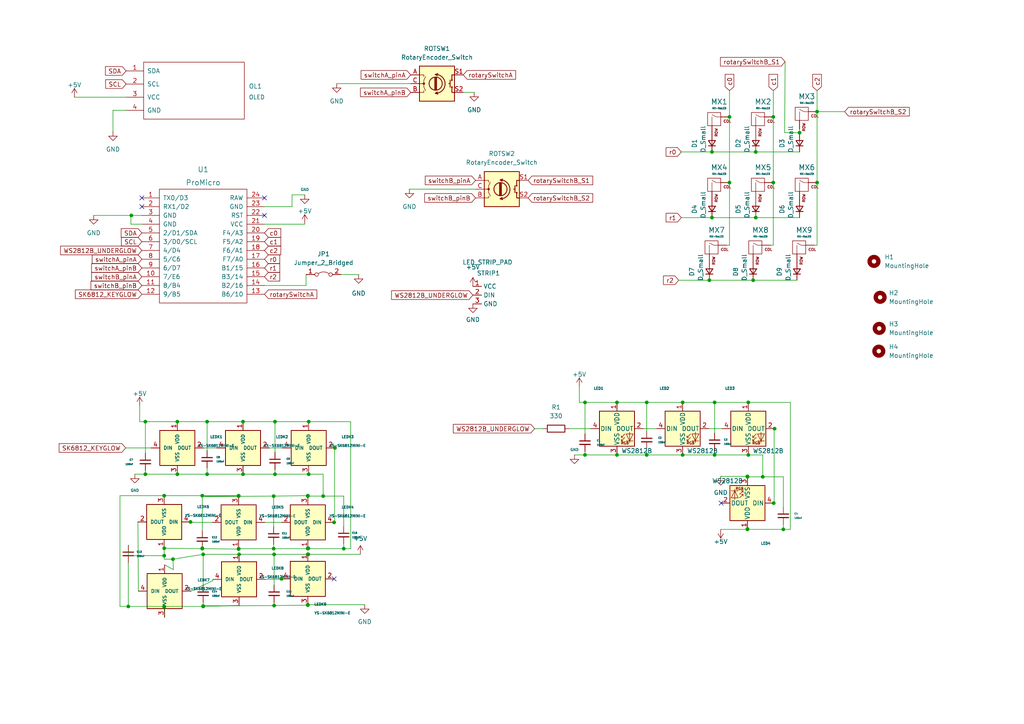
<source format=kicad_sch>
(kicad_sch (version 20211123) (generator eeschema)
  (paper "A4")
  (lib_symbols
    (symbol "Device:C_Small" (pin_numbers hide) (pin_names (offset 0.254) hide)
      (property "Reference" "C" (at 0.254 1.778 0))
      (property "Value" "C_Small" (at 0.254 -2.032 0))
      (symbol "C_Small_0_1"
        (polyline (pts (xy -1.524 -0.508) (xy 1.524 -0.508)) (stroke (width 0.3302)))
        (polyline (pts (xy -1.524 0.508) (xy 1.524 0.508)) (stroke (width 0.3048)))
      )
      (symbol "C_Small_1_1"
        (pin passive line (at 0 2.54 270) (length 2.032) (name "~") (number "1"))
        (pin passive line (at 0 -2.54 90) (length 2.032) (name "~") (number "2"))
      )
    )
    (symbol "Device:D_Small" (pin_numbers hide) (pin_names (offset 0.254) hide)
      (property "Reference" "D" (at -1.27 2.032 0))
      (property "Value" "D_Small" (at -3.81 -2.032 0))
      (symbol "D_Small_0_1"
        (polyline (pts (xy -0.762 -1.016) (xy -0.762 1.016)) (stroke (width 0.254)))
        (polyline (pts (xy -0.762 0) (xy 0.762 0)))
        (polyline (pts (xy 0.762 -1.016) (xy -0.762 0) (xy 0.762 1.016) (xy 0.762 -1.016)) (stroke (width 0.254)))
      )
      (symbol "D_Small_1_1"
        (pin passive line (at -2.54 0 0) (length 1.778) (name "K") (number "1"))
        (pin passive line (at 2.54 0 180) (length 1.778) (name "A") (number "2"))
      )
    )
    (symbol "Device:R" (pin_numbers hide) (pin_names (offset 0))
      (property "Reference" "R" (at 2.032 0 90))
      (property "Value" "R" (at 0 0 90))
      (symbol "R_0_1"
        (rectangle (start -1.016 -2.54) (end 1.016 2.54) (stroke (width 0.254)))
      )
      (symbol "R_1_1"
        (pin passive line (at 0 3.81 270) (length 1.27) (name "~") (number "1"))
        (pin passive line (at 0 -3.81 90) (length 1.27) (name "~") (number "2"))
      )
    )
    (symbol "Device:RotaryEncoder_Switch" (pin_names (offset 0.254) hide)
      (property "Reference" "SW" (at 0 6.604 0))
      (property "Value" "RotaryEncoder_Switch" (at 0 -6.604 0))
      (symbol "RotaryEncoder_Switch_0_1"
        (rectangle (start -5.08 5.08) (end 5.08 -5.08) (stroke (width 0.254)) (fill (type background)))
        (circle (center -3.81 0) (radius 0.254) (fill (type outline)))
        (arc (start -0.381 -2.794) (mid 2.3622 -0.0635) (end -0.381 2.667) (stroke (width 0.254)))
        (circle (center -0.381 0) (radius 1.905) (stroke (width 0.254)))
        (polyline (pts (xy -0.635 -1.778) (xy -0.635 1.778)) (stroke (width 0.254)))
        (polyline (pts (xy -0.381 -1.778) (xy -0.381 1.778)) (stroke (width 0.254)))
        (polyline (pts (xy -0.127 1.778) (xy -0.127 -1.778)) (stroke (width 0.254)))
        (polyline (pts (xy 3.81 0) (xy 3.429 0)) (stroke (width 0.254)))
        (polyline (pts (xy 3.81 1.016) (xy 3.81 -1.016)) (stroke (width 0.254)))
        (polyline (pts (xy -5.08 -2.54) (xy -3.81 -2.54) (xy -3.81 -2.032)))
        (polyline (pts (xy -5.08 2.54) (xy -3.81 2.54) (xy -3.81 2.032)))
        (polyline (pts (xy 0.254 -3.048) (xy -0.508 -2.794) (xy 0.127 -2.413)) (stroke (width 0.254)))
        (polyline (pts (xy 0.254 2.921) (xy -0.508 2.667) (xy 0.127 2.286)) (stroke (width 0.254)))
        (polyline (pts (xy 5.08 -2.54) (xy 4.318 -2.54) (xy 4.318 -1.016)) (stroke (width 0.254)))
        (polyline (pts (xy 5.08 2.54) (xy 4.318 2.54) (xy 4.318 1.016)) (stroke (width 0.254)))
        (polyline (pts (xy -5.08 0) (xy -3.81 0) (xy -3.81 -1.016) (xy -3.302 -2.032)))
        (polyline (pts (xy -4.318 0) (xy -3.81 0) (xy -3.81 1.016) (xy -3.302 2.032)))
        (circle (center 4.318 -1.016) (radius 0.127) (stroke (width 0.254)))
        (circle (center 4.318 1.016) (radius 0.127) (stroke (width 0.254)))
      )
      (symbol "RotaryEncoder_Switch_1_1"
        (pin passive line (at -7.62 2.54 0) (length 2.54) (name "A") (number "A"))
        (pin passive line (at -7.62 -2.54 0) (length 2.54) (name "B") (number "B"))
        (pin passive line (at -7.62 0 0) (length 2.54) (name "C") (number "C"))
        (pin passive line (at 7.62 2.54 180) (length 2.54) (name "S1") (number "S1"))
        (pin passive line (at 7.62 -2.54 180) (length 2.54) (name "S2") (number "S2"))
      )
    )
    (symbol "Jumper:Jumper_2_Bridged" (pin_names (offset 0) hide)
      (property "Reference" "JP" (at 0 1.905 0))
      (property "Value" "Jumper_2_Bridged" (at 0 -2.54 0))
      (symbol "Jumper_2_Bridged_0_0"
        (circle (center -2.032 0) (radius 0.508))
        (circle (center 2.032 0) (radius 0.508))
      )
      (symbol "Jumper_2_Bridged_0_1"
        (arc (start 1.524 0.254) (mid 0 0.762) (end -1.524 0.254))
      )
      (symbol "Jumper_2_Bridged_1_1"
        (pin passive line (at -5.08 0 0) (length 2.54) (name "A") (number "1"))
        (pin passive line (at 5.08 0 180) (length 2.54) (name "B") (number "2"))
      )
    )
    (symbol "LED:WS2812B" (pin_names (offset 0.254))
      (property "Reference" "D" (at 5.08 5.715 0))
      (property "Value" "WS2812B" (at 1.27 -5.715 0))
      (symbol "WS2812B_0_0"
        (text "RGB" (at 2.286 -4.191 0) (effects (font (size 0.762 0.762))))
      )
      (symbol "WS2812B_0_1"
        (polyline (pts (xy 1.27 -3.556) (xy 1.778 -3.556)))
        (polyline (pts (xy 1.27 -2.54) (xy 1.778 -2.54)))
        (polyline (pts (xy 4.699 -3.556) (xy 2.667 -3.556)))
        (polyline (pts (xy 2.286 -2.54) (xy 1.27 -3.556) (xy 1.27 -3.048)))
        (polyline (pts (xy 2.286 -1.524) (xy 1.27 -2.54) (xy 1.27 -2.032)))
        (polyline (pts (xy 3.683 -1.016) (xy 3.683 -3.556) (xy 3.683 -4.064)))
        (polyline (pts (xy 4.699 -1.524) (xy 2.667 -1.524) (xy 3.683 -3.556) (xy 4.699 -1.524)))
        (rectangle (start 5.08 5.08) (end -5.08 -5.08) (stroke (width 0.254)) (fill (type background)))
      )
      (symbol "WS2812B_1_1"
        (pin power_in line (at 0 7.62 270) (length 2.54) (name "VDD") (number "1"))
        (pin output line (at 7.62 0 180) (length 2.54) (name "DOUT") (number "2"))
        (pin power_in line (at 0 -7.62 90) (length 2.54) (name "VSS") (number "3"))
        (pin input line (at -7.62 0 0) (length 2.54) (name "DIN") (number "4"))
      )
    )
    (symbol "MX_Alps_Hybrid:MX-NoLED" (pin_names (offset 1.016))
      (property "Reference" "MX" (at -0.635 3.81 0))
      (property "Value" "MX_Alps_Hybrid_MX-NoLED" (at -0.635 1.27 0))
      (symbol "MX-NoLED_0_0"
        (rectangle (start -2.54 2.54) (end 1.27 -1.27))
        (polyline (pts (xy -1.27 -1.27) (xy -1.27 1.27)) (stroke (width 0.127)))
        (polyline (pts (xy 1.27 1.27) (xy 0 1.27) (xy -1.27 1.905)) (stroke (width 0.127)))
        (text "COL" (at 3.175 0 0) (effects (font (size 0.762 0.762))))
        (text "ROW" (at 0 -1.905 900) (effects (font (size 0.762 0.762)) (justify right)))
      )
      (symbol "MX-NoLED_1_1"
        (pin passive line (at 3.81 1.27 180) (length 2.54) (name "COL") (number "1"))
        (pin passive line (at -1.27 -3.81 90) (length 2.54) (name "ROW") (number "2"))
      )
    )
    (symbol "Mechanical:MountingHole" (pin_names (offset 1.016))
      (property "Reference" "H" (at 0 5.08 0))
      (property "Value" "MountingHole" (at 0 3.175 0))
      (symbol "MountingHole_0_1"
        (circle (center 0 0) (radius 1.27) (stroke (width 1.27)))
      )
    )
    (symbol "kbd:OLED" (pin_names (offset 1.016))
      (property "Reference" "OL" (at 0 2.54 0))
      (property "Value" "OLED" (at 0 -1.27 0))
      (symbol "OLED_0_1"
        (rectangle (start -13.97 8.89) (end 15.24 -7.62))
      )
      (symbol "OLED_1_1"
        (pin bidirectional line (at -19.05 6.35 0) (length 5.08) (name "SDA") (number "1"))
        (pin bidirectional line (at -19.05 2.54 0) (length 5.08) (name "SCL") (number "2"))
        (pin power_in line (at -19.05 -1.27 0) (length 5.08) (name "VCC") (number "3"))
        (pin power_in line (at -19.05 -5.08 0) (length 5.08) (name "GND") (number "4"))
      )
    )
    (symbol "kbd:ProMicro" (pin_names (offset 1.016))
      (property "Reference" "U" (at 0 19.05 0))
      (property "Value" "ProMicro" (at 0 -19.05 0))
      (symbol "ProMicro_0_1"
        (rectangle (start -12.7 16.51) (end 12.7 -16.51))
      )
      (symbol "ProMicro_1_1"
        (pin bidirectional line (at -17.78 13.97 0) (length 5.08) (name "TX0/D3") (number "1"))
        (pin bidirectional line (at -17.78 -8.89 0) (length 5.08) (name "7/E6") (number "10"))
        (pin bidirectional line (at -17.78 -11.43 0) (length 5.08) (name "8/B4") (number "11"))
        (pin bidirectional line (at -17.78 -13.97 0) (length 5.08) (name "9/B5") (number "12"))
        (pin bidirectional line (at 17.78 -13.97 180) (length 5.08) (name "B6/10") (number "13"))
        (pin bidirectional line (at 17.78 -11.43 180) (length 5.08) (name "B2/16") (number "14"))
        (pin bidirectional line (at 17.78 -8.89 180) (length 5.08) (name "B3/14") (number "15"))
        (pin bidirectional line (at 17.78 -6.35 180) (length 5.08) (name "B1/15") (number "16"))
        (pin bidirectional line (at 17.78 -3.81 180) (length 5.08) (name "F7/A0") (number "17"))
        (pin bidirectional line (at 17.78 -1.27 180) (length 5.08) (name "F6/A1") (number "18"))
        (pin bidirectional line (at 17.78 1.27 180) (length 5.08) (name "F5/A2") (number "19"))
        (pin bidirectional line (at -17.78 11.43 0) (length 5.08) (name "RX1/D2") (number "2"))
        (pin bidirectional line (at 17.78 3.81 180) (length 5.08) (name "F4/A3") (number "20"))
        (pin power_in line (at 17.78 6.35 180) (length 5.08) (name "VCC") (number "21"))
        (pin input line (at 17.78 8.89 180) (length 5.08) (name "RST") (number "22"))
        (pin power_in line (at 17.78 11.43 180) (length 5.08) (name "GND") (number "23"))
        (pin power_out line (at 17.78 13.97 180) (length 5.08) (name "RAW") (number "24"))
        (pin power_in line (at -17.78 8.89 0) (length 5.08) (name "GND") (number "3"))
        (pin power_in line (at -17.78 6.35 0) (length 5.08) (name "GND") (number "4"))
        (pin bidirectional line (at -17.78 3.81 0) (length 5.08) (name "2/D1/SDA") (number "5"))
        (pin bidirectional line (at -17.78 1.27 0) (length 5.08) (name "3/D0/SCL") (number "6"))
        (pin bidirectional line (at -17.78 -1.27 0) (length 5.08) (name "4/D4") (number "7"))
        (pin bidirectional line (at -17.78 -3.81 0) (length 5.08) (name "5/C6") (number "8"))
        (pin bidirectional line (at -17.78 -6.35 0) (length 5.08) (name "6/D7") (number "9"))
      )
    )
    (symbol "kbd:YS-SK6812MINI-E" (pin_names (offset 1.016))
      (property "Reference" "LED" (at 2.54 -7.62 0))
      (property "Value" "YS-SK6812MINI-E" (at 6.35 -6.35 0))
      (symbol "YS-SK6812MINI-E_0_1"
        (rectangle (start -5.08 5.08) (end 5.08 -5.08) (stroke (width 0.254)) (fill (type background)))
      )
      (symbol "YS-SK6812MINI-E_1_1"
        (pin power_in line (at 0 7.62 270) (length 2.54) (name "VDD") (number "1"))
        (pin output line (at 7.62 0 180) (length 2.54) (name "DOUT") (number "2"))
        (pin power_in line (at 0 -7.62 90) (length 2.54) (name "VSS") (number "3"))
        (pin input line (at -7.62 0 0) (length 2.54) (name "DIN") (number "4"))
      )
    )
    (symbol "power:+5V" (power) (pin_names (offset 0))
      (property "Value" "+5V" (at 0 3.556 0))
      (symbol "+5V_0_1"
        (polyline (pts (xy -0.762 1.27) (xy 0 2.54)))
        (polyline (pts (xy 0 0) (xy 0 2.54)))
        (polyline (pts (xy 0 2.54) (xy 0.762 1.27)))
      )
      (symbol "+5V_1_1"
        (pin power_in line (at 0 0 90) (length 0) hide (name "+5V") (number "1"))
      )
    )
    (symbol "power:GND" (power) (pin_names (offset 0))
      (property "Value" "GND" (at 0 -3.81 0))
      (symbol "GND_0_1"
        (polyline (pts (xy 0 0) (xy 0 -1.27) (xy 1.27 -1.27) (xy 0 -2.54) (xy -1.27 -1.27) (xy 0 -1.27)))
      )
      (symbol "GND_1_1"
        (pin power_in line (at 0 0 270) (length 0) hide (name "GND") (number "1"))
      )
    )
    (symbol "ziggys:LED_STRIP_PAD"
      (property "Reference" "U" (at 0 0 0))
      (property "Value" "LED_STRIP_PAD" (at 0 0 0))
      (symbol "LED_STRIP_PAD_1_1"
        (pin input line (at -1.27 -3.81 0) (length 2.54) (name "VCC") (number "1"))
        (pin input line (at -1.27 -6.35 0) (length 2.54) (name "DIN") (number "2"))
        (pin input line (at -1.27 -8.89 0) (length 2.54) (name "GND") (number "3"))
      )
    )
  )
  (junction (at 236.982 32.385))
  (junction (at 206.502 44.069))
  (junction (at 169.672 116.713))
  (junction (at 217.043 116.713))
  (junction (at 70.485 137.541))
  (junction (at 89.281 160.782))
  (junction (at 60.071 122.301))
  (junction (at 236.982 52.959))
  (junction (at 69.215 143.891))
  (junction (at 50.165 162.179))
  (junction (at 221.234 138.303))
  (junction (at 89.408 160.782))
  (junction (at 169.672 131.953))
  (junction (at 38.1 62.484))
  (junction (at 224.282 33.909))
  (junction (at 205.74 81.28))
  (junction (at 89.281 175.387))
  (junction (at 47.625 143.764))
  (junction (at 219.202 63.119))
  (junction (at 58.928 175.768))
  (junction (at 219.202 44.069))
  (junction (at 79.756 122.301))
  (junction (at 231.902 38.481))
  (junction (at 79.502 175.641))
  (junction (at 216.789 138.303))
  (junction (at 58.928 160.782))
  (junction (at 42.164 122.301))
  (junction (at 211.582 52.959))
  (junction (at 206.502 63.119))
  (junction (at 47.625 176.022))
  (junction (at 89.408 159.004))
  (junction (at 79.756 137.541))
  (junction (at 81.661 167.894))
  (junction (at 187.579 131.953))
  (junction (at 217.043 131.953))
  (junction (at 178.943 116.713))
  (junction (at 47.625 159.004))
  (junction (at 89.535 122.301))
  (junction (at 197.993 131.953))
  (junction (at 58.674 159.004))
  (junction (at 69.215 143.764))
  (junction (at 89.535 137.541))
  (junction (at 218.44 81.28))
  (junction (at 89.281 143.764))
  (junction (at 89.281 159.131))
  (junction (at 58.674 143.764))
  (junction (at 227.203 153.543))
  (junction (at 187.579 116.713))
  (junction (at 69.215 159.131))
  (junction (at 89.281 143.891))
  (junction (at 207.264 116.713))
  (junction (at 96.901 151.511))
  (junction (at 207.264 131.953))
  (junction (at 60.071 137.541))
  (junction (at 216.789 138.176))
  (junction (at 51.435 137.541))
  (junction (at 89.281 159.004))
  (junction (at 79.502 160.782))
  (junction (at 93.726 143.891))
  (junction (at 69.342 160.782))
  (junction (at 216.789 153.416))
  (junction (at 79.375 143.891))
  (junction (at 197.993 116.713))
  (junction (at 58.674 159.131))
  (junction (at 216.789 153.543))
  (junction (at 70.485 122.301))
  (junction (at 69.215 159.258))
  (junction (at 224.282 52.959))
  (junction (at 47.625 161.163))
  (junction (at 51.435 122.301))
  (junction (at 224.663 124.333))
  (junction (at 55.245 151.384))
  (junction (at 99.695 159.131))
  (junction (at 211.582 33.909))
  (junction (at 89.281 175.514))
  (junction (at 79.375 159.131))
  (junction (at 97.155 129.921))
  (junction (at 224.409 145.923))
  (junction (at 178.943 131.953))
  (junction (at 58.928 175.895))
  (junction (at 47.625 175.895))
  (junction (at 37.211 175.895))
  (junction (at 42.164 137.541))
  (no_connect (at 209.169 145.923))
  (no_connect (at 96.901 167.894))
  (no_connect (at 41.148 59.944))
  (no_connect (at 41.148 57.404))
  (no_connect (at 76.708 57.404))
  (no_connect (at 76.708 62.484))
  (wire (pts (xy 61.722 168.402) (xy 61.722 168.021)))
  (wire (pts (xy 227.203 147.066) (xy 227.203 138.303)))
  (wire (pts (xy 236.982 52.959) (xy 236.982 71.12)))
  (wire (pts (xy 231.902 44.069) (xy 219.202 44.069)))
  (wire (pts (xy 99.695 143.891) (xy 93.726 143.891)))
  (wire (pts (xy 216.789 153.543) (xy 227.203 153.543)))
  (wire (pts (xy 224.282 71.12) (xy 223.52 71.12)))
  (wire (pts (xy 55.245 151.511) (xy 55.245 151.384)))
  (wire (pts (xy 197.993 131.953) (xy 207.264 131.953)))
  (wire (pts (xy 224.282 52.959) (xy 224.282 71.12)))
  (wire (pts (xy 97.028 129.921) (xy 97.155 129.921)))
  (wire (pts (xy 36.576 32.004) (xy 32.766 32.004)))
  (wire (pts (xy 231.902 63.119) (xy 219.202 63.119)))
  (wire (pts (xy 37.211 161.163) (xy 47.625 161.163)))
  (wire (pts (xy 58.674 143.764) (xy 69.215 143.764)))
  (wire (pts (xy 97.028 151.511) (xy 97.028 129.921)))
  (wire (pts (xy 89.281 160.274) (xy 89.281 160.782)))
  (wire (pts (xy 69.342 160.782) (xy 79.502 160.782)))
  (wire (pts (xy 32.766 32.004) (xy 32.766 38.227)))
  (wire (pts (xy 79.756 137.541) (xy 89.535 137.541)))
  (wire (pts (xy 224.282 33.909) (xy 224.282 26.289)))
  (wire (pts (xy 47.625 143.764) (xy 34.798 143.764)))
  (wire (pts (xy 217.043 116.713) (xy 229.235 116.713)))
  (wire (pts (xy 79.502 169.672) (xy 79.502 160.782)))
  (wire (pts (xy 59.309 144.018) (xy 69.215 143.891)))
  (wire (pts (xy 78.105 129.921) (xy 81.915 129.921)))
  (wire (pts (xy 207.264 116.713) (xy 207.264 125.603)))
  (wire (pts (xy 36.449 129.921) (xy 43.815 129.921)))
  (wire (pts (xy 69.215 159.131) (xy 79.375 159.131)))
  (wire (pts (xy 224.536 124.333) (xy 224.663 124.333)))
  (wire (pts (xy 218.44 81.28) (xy 205.74 81.28)))
  (wire (pts (xy 84.709 56.515) (xy 88.392 56.515)))
  (wire (pts (xy 244.983 32.385) (xy 236.982 32.385)))
  (wire (pts (xy 34.798 143.764) (xy 34.798 175.895)))
  (wire (pts (xy 211.582 33.909) (xy 211.582 26.289)))
  (wire (pts (xy 36.576 28.194) (xy 21.59 28.194)))
  (wire (pts (xy 79.502 174.752) (xy 79.502 175.641)))
  (wire (pts (xy 61.595 151.511) (xy 55.245 151.511)))
  (wire (pts (xy 227.711 17.907) (xy 227.584 38.481)))
  (wire (pts (xy 229.235 116.713) (xy 229.235 153.543)))
  (wire (pts (xy 58.928 160.782) (xy 58.928 169.672)))
  (wire (pts (xy 227.203 153.543) (xy 229.235 153.543)))
  (wire (pts (xy 89.281 159.131) (xy 89.281 159.004)))
  (wire (pts (xy 93.726 137.541) (xy 93.726 143.891)))
  (wire (pts (xy 98.933 79.629) (xy 104.013 79.629)))
  (wire (pts (xy 97.663 24.257) (xy 119.126 24.257)))
  (wire (pts (xy 168.021 112.141) (xy 168.021 116.713)))
  (wire (pts (xy 88.773 82.804) (xy 88.773 79.629)))
  (wire (pts (xy 169.672 130.937) (xy 169.672 131.953)))
  (wire (pts (xy 166.624 131.953) (xy 169.672 131.953)))
  (wire (pts (xy 50.292 165.227) (xy 50.165 162.179)))
  (wire (pts (xy 187.579 130.175) (xy 187.579 131.953)))
  (wire (pts (xy 118.745 54.864) (xy 137.922 54.864)))
  (wire (pts (xy 89.281 143.764) (xy 89.281 143.891)))
  (wire (pts (xy 231.14 81.28) (xy 218.44 81.28)))
  (wire (pts (xy 79.756 122.301) (xy 79.756 131.191)))
  (wire (pts (xy 76.708 65.024) (xy 88.392 65.024)))
  (wire (pts (xy 50.165 162.179) (xy 58.928 160.782)))
  (wire (pts (xy 70.485 122.301) (xy 79.756 122.301)))
  (wire (pts (xy 69.215 159.258) (xy 69.215 159.131)))
  (wire (pts (xy 89.408 159.004) (xy 89.281 159.004)))
  (wire (pts (xy 58.674 159.131) (xy 69.215 159.258)))
  (wire (pts (xy 169.672 116.713) (xy 178.943 116.713)))
  (wire (pts (xy 51.435 137.541) (xy 60.071 137.541)))
  (wire (pts (xy 205.74 81.28) (xy 196.85 81.28)))
  (wire (pts (xy 60.071 122.301) (xy 60.071 130.683)))
  (wire (pts (xy 99.695 157.734) (xy 99.695 159.131)))
  (wire (pts (xy 79.756 122.301) (xy 89.535 122.301)))
  (wire (pts (xy 231.902 38.989) (xy 231.902 38.481)))
  (wire (pts (xy 178.943 131.953) (xy 187.579 131.953)))
  (wire (pts (xy 89.535 122.301) (xy 101.727 122.301)))
  (wire (pts (xy 101.727 122.301) (xy 101.727 159.131)))
  (wire (pts (xy 221.234 138.303) (xy 216.789 138.303)))
  (wire (pts (xy 55.372 171.45) (xy 61.722 168.402)))
  (wire (pts (xy 76.835 151.511) (xy 81.661 151.511)))
  (wire (pts (xy 84.709 59.944) (xy 84.709 56.515)))
  (wire (pts (xy 79.375 157.861) (xy 79.375 159.131)))
  (wire (pts (xy 59.309 144.018) (xy 79.375 143.891)))
  (wire (pts (xy 58.928 175.768) (xy 69.342 175.641)))
  (wire (pts (xy 51.435 122.301) (xy 60.071 122.301)))
  (wire (pts (xy 197.993 116.713) (xy 207.264 116.713)))
  (wire (pts (xy 231.902 38.481) (xy 227.584 38.481)))
  (wire (pts (xy 89.281 159.131) (xy 99.695 159.131)))
  (wire (pts (xy 79.375 143.891) (xy 89.281 143.764)))
  (wire (pts (xy 42.164 122.301) (xy 42.164 131.445)))
  (wire (pts (xy 60.071 122.301) (xy 70.485 122.301)))
  (wire (pts (xy 37.973 65.024) (xy 37.973 62.484)))
  (wire (pts (xy 42.164 122.301) (xy 51.435 122.301)))
  (wire (pts (xy 187.579 131.953) (xy 197.993 131.953)))
  (wire (pts (xy 221.234 131.953) (xy 221.234 138.303)))
  (wire (pts (xy 58.928 175.895) (xy 58.928 175.768)))
  (wire (pts (xy 79.375 143.891) (xy 79.375 152.781)))
  (wire (pts (xy 58.928 160.782) (xy 69.342 160.782)))
  (wire (pts (xy 186.563 124.333) (xy 190.373 124.333)))
  (wire (pts (xy 39.116 137.541) (xy 42.164 137.541)))
  (wire (pts (xy 38.1 62.484) (xy 41.148 62.484)))
  (wire (pts (xy 37.211 175.895) (xy 47.625 175.895)))
  (wire (pts (xy 205.613 124.333) (xy 209.423 124.333)))
  (wire (pts (xy 99.695 152.654) (xy 99.695 143.891)))
  (wire (pts (xy 187.579 116.713) (xy 197.993 116.713)))
  (wire (pts (xy 69.215 143.764) (xy 69.215 143.891)))
  (wire (pts (xy 169.672 116.713) (xy 169.672 125.857)))
  (wire (pts (xy 89.535 137.541) (xy 93.726 137.541)))
  (wire (pts (xy 79.502 175.641) (xy 89.281 175.514)))
  (wire (pts (xy 47.625 161.163) (xy 47.625 159.004)))
  (wire (pts (xy 216.789 153.543) (xy 216.789 153.416)))
  (wire (pts (xy 59.563 175.768) (xy 79.502 175.641)))
  (wire (pts (xy 58.928 174.752) (xy 58.928 175.768)))
  (wire (pts (xy 40.513 122.301) (xy 42.164 122.301)))
  (wire (pts (xy 211.582 52.959) (xy 211.582 33.909)))
  (wire (pts (xy 47.752 179.07) (xy 47.625 176.022)))
  (wire (pts (xy 40.005 151.384) (xy 40.132 171.45)))
  (wire (pts (xy 219.202 63.119) (xy 206.502 63.119)))
  (wire (pts (xy 178.943 116.713) (xy 187.579 116.713)))
  (wire (pts (xy 224.536 145.923) (xy 224.536 124.333)))
  (wire (pts (xy 47.625 175.895) (xy 47.625 176.022)))
  (wire (pts (xy 236.982 32.385) (xy 236.982 52.959)))
  (wire (pts (xy 206.502 63.119) (xy 197.612 63.119)))
  (wire (pts (xy 207.264 116.713) (xy 217.043 116.713)))
  (wire (pts (xy 47.625 162.179) (xy 50.165 162.179)))
  (wire (pts (xy 207.264 130.683) (xy 207.264 131.953)))
  (wire (pts (xy 76.708 59.944) (xy 84.709 59.944)))
  (wire (pts (xy 58.674 159.131) (xy 58.674 159.004)))
  (wire (pts (xy 70.485 137.541) (xy 79.756 137.541)))
  (wire (pts (xy 42.164 136.525) (xy 42.164 137.541)))
  (wire (pts (xy 206.502 44.069) (xy 197.612 44.069)))
  (wire (pts (xy 187.579 116.713) (xy 187.579 125.095)))
  (wire (pts (xy 50.292 165.227) (xy 47.752 163.83)))
  (wire (pts (xy 40.513 117.729) (xy 40.513 122.301)))
  (wire (pts (xy 79.756 136.271) (xy 79.756 137.541)))
  (wire (pts (xy 227.203 152.146) (xy 227.203 153.543)))
  (wire (pts (xy 155.067 124.333) (xy 157.48 124.333)))
  (wire (pts (xy 88.392 64.77) (xy 88.392 65.024)))
  (wire (pts (xy 219.202 44.069) (xy 206.502 44.069)))
  (wire (pts (xy 165.1 124.333) (xy 171.323 124.333)))
  (wire (pts (xy 236.982 71.12) (xy 236.22 71.12)))
  (wire (pts (xy 209.042 138.176) (xy 216.789 138.176)))
  (wire (pts (xy 79.375 159.131) (xy 89.281 159.131)))
  (wire (pts (xy 211.582 52.959) (xy 211.582 71.12)))
  (wire (pts (xy 60.071 137.541) (xy 70.485 137.541)))
  (wire (pts (xy 231.902 38.481) (xy 231.902 37.465)))
  (wire (pts (xy 99.695 159.131) (xy 101.727 159.131)))
  (wire (pts (xy 169.672 131.953) (xy 178.943 131.953)))
  (wire (pts (xy 37.211 158.115) (xy 37.211 161.163)))
  (wire (pts (xy 211.582 71.12) (xy 210.82 71.12)))
  (wire (pts (xy 47.625 143.764) (xy 58.674 143.764)))
  (wire (pts (xy 224.282 52.959) (xy 224.282 33.909)))
  (wire (pts (xy 47.625 159.004) (xy 58.674 159.131)))
  (wire (pts (xy 42.164 137.541) (xy 51.435 137.541)))
  (wire (pts (xy 224.409 145.923) (xy 224.536 145.923)))
  (wire (pts (xy 34.798 175.895) (xy 37.211 175.895)))
  (wire (pts (xy 93.726 143.891) (xy 89.281 143.891)))
  (wire (pts (xy 37.211 163.195) (xy 37.211 175.895)))
  (wire (pts (xy 207.264 131.953) (xy 217.043 131.953)))
  (wire (pts (xy 41.148 65.024) (xy 37.973 65.024)))
  (wire (pts (xy 89.281 175.387) (xy 105.791 175.387)))
  (wire (pts (xy 47.625 175.895) (xy 58.928 175.895)))
  (wire (pts (xy 96.901 151.511) (xy 97.028 151.511)))
  (wire (pts (xy 69.342 160.782) (xy 69.342 160.401)))
  (wire (pts (xy 134.366 26.797) (xy 137.541 26.797)))
  (wire (pts (xy 27.178 62.484) (xy 37.973 62.484)))
  (wire (pts (xy 216.789 138.176) (xy 216.789 138.303)))
  (wire (pts (xy 60.071 135.763) (xy 60.071 137.541)))
  (wire (pts (xy 47.625 161.163) (xy 47.625 162.179)))
  (wire (pts (xy 76.962 168.021) (xy 81.661 168.021)))
  (wire (pts (xy 58.674 143.764) (xy 58.674 153.924)))
  (wire (pts (xy 236.982 26.289) (xy 236.982 32.385)))
  (wire (pts (xy 79.502 160.782) (xy 89.281 160.782)))
  (wire (pts (xy 168.021 116.713) (xy 169.672 116.713)))
  (wire (pts (xy 81.661 168.021) (xy 81.661 167.894)))
  (wire (pts (xy 59.055 129.921) (xy 62.865 129.921)))
  (wire (pts (xy 217.043 131.953) (xy 221.234 131.953)))
  (wire (pts (xy 89.408 160.782) (xy 104.521 160.782)))
  (wire (pts (xy 227.203 138.303) (xy 221.234 138.303)))
  (wire (pts (xy 209.042 153.543) (xy 216.789 153.543)))
  (wire (pts (xy 76.708 82.804) (xy 88.773 82.804)))
  (wire (pts (xy 59.563 175.768) (xy 69.342 175.641)))
  (global_label "r2" (shape input) (at 196.85 81.28 180) (property "Intersheet References" "${INTERSHEET_REFS}" (effects hide)))
  (global_label "rotarySwitchB_S2" (shape input) (at 244.983 32.385 0) (property "Intersheet References" "${INTERSHEET_REFS}" (effects hide)))
  (global_label "switchA_pinB" (shape input) (at 41.148 77.724 180) (property "Intersheet References" "${INTERSHEET_REFS}" (effects hide)))
  (global_label "switchA_pinA" (shape input) (at 119.126 21.717 180) (property "Intersheet References" "${INTERSHEET_REFS}" (effects hide)))
  (global_label "switchB_pinB" (shape input) (at 137.922 57.404 180) (property "Intersheet References" "${INTERSHEET_REFS}" (effects hide)))
  (global_label "SCL" (shape input) (at 41.148 70.104 180) (property "Intersheet References" "${INTERSHEET_REFS}" (effects hide)))
  (global_label "switchB_pinA" (shape input) (at 137.922 52.324 180) (property "Intersheet References" "${INTERSHEET_REFS}" (effects hide)))
  (global_label "rotarySwitchA" (shape input) (at 76.708 85.344 0) (property "Intersheet References" "${INTERSHEET_REFS}" (effects hide)))
  (global_label "rotarySwitchB_S1" (shape input) (at 227.711 17.907 180) (property "Intersheet References" "${INTERSHEET_REFS}" (effects hide)))
  (global_label "SDA" (shape input) (at 36.576 20.574 180) (property "Intersheet References" "${INTERSHEET_REFS}" (effects hide)))
  (global_label "SK6812_KEYGLOW" (shape input) (at 36.449 129.921 180) (property "Intersheet References" "${INTERSHEET_REFS}" (effects hide)))
  (global_label "switchA_pinA" (shape input) (at 41.148 75.184 180) (property "Intersheet References" "${INTERSHEET_REFS}" (effects hide)))
  (global_label "WS2812B_UNDERGLOW" (shape input) (at 137.16 85.598 180) (property "Intersheet References" "${INTERSHEET_REFS}" (effects hide)))
  (global_label "c0" (shape input) (at 211.582 26.289 90) (property "Intersheet References" "${INTERSHEET_REFS}" (effects hide)))
  (global_label "WS2812B_UNDERGLOW" (shape input) (at 155.067 124.333 180) (property "Intersheet References" "${INTERSHEET_REFS}" (effects hide)))
  (global_label "c2" (shape input) (at 76.708 72.644 0) (property "Intersheet References" "${INTERSHEET_REFS}" (effects hide)))
  (global_label "SCL" (shape input) (at 36.576 24.384 180) (property "Intersheet References" "${INTERSHEET_REFS}" (effects hide)))
  (global_label "r1" (shape input) (at 197.612 63.119 180) (property "Intersheet References" "${INTERSHEET_REFS}" (effects hide)))
  (global_label "SK6812_KEYGLOW" (shape input) (at 41.148 85.344 180) (property "Intersheet References" "${INTERSHEET_REFS}" (effects hide)))
  (global_label "r2" (shape input) (at 76.708 80.264 0) (property "Intersheet References" "${INTERSHEET_REFS}" (effects hide)))
  (global_label "rotarySwitchA" (shape input) (at 134.366 21.717 0) (property "Intersheet References" "${INTERSHEET_REFS}" (effects hide)))
  (global_label "switchA_pinB" (shape input) (at 119.126 26.797 180) (property "Intersheet References" "${INTERSHEET_REFS}" (effects hide)))
  (global_label "c0" (shape input) (at 76.708 67.564 0) (property "Intersheet References" "${INTERSHEET_REFS}" (effects hide)))
  (global_label "c2" (shape input) (at 236.982 26.289 90) (property "Intersheet References" "${INTERSHEET_REFS}" (effects hide)))
  (global_label "rotarySwitchB_S1" (shape input) (at 153.162 52.324 0) (property "Intersheet References" "${INTERSHEET_REFS}" (effects hide)))
  (global_label "r0" (shape input) (at 197.612 44.069 180) (property "Intersheet References" "${INTERSHEET_REFS}" (effects hide)))
  (global_label "WS2812B_UNDERGLOW" (shape input) (at 41.148 72.644 180) (property "Intersheet References" "${INTERSHEET_REFS}" (effects hide)))
  (global_label "r0" (shape input) (at 76.708 75.184 0) (property "Intersheet References" "${INTERSHEET_REFS}" (effects hide)))
  (global_label "rotarySwitchB_S2" (shape input) (at 153.162 57.404 0) (property "Intersheet References" "${INTERSHEET_REFS}" (effects hide)))
  (global_label "SDA" (shape input) (at 41.148 67.564 180) (property "Intersheet References" "${INTERSHEET_REFS}" (effects hide)))
  (global_label "switchB_pinB" (shape input) (at 41.148 82.804 180) (property "Intersheet References" "${INTERSHEET_REFS}" (effects hide)))
  (global_label "c1" (shape input) (at 76.708 70.104 0) (property "Intersheet References" "${INTERSHEET_REFS}" (effects hide)))
  (global_label "r1" (shape input) (at 76.708 77.724 0) (property "Intersheet References" "${INTERSHEET_REFS}" (effects hide)))
  (global_label "c1" (shape input) (at 224.282 26.289 90) (property "Intersheet References" "${INTERSHEET_REFS}" (effects hide)))
  (global_label "switchB_pinA" (shape input) (at 41.148 80.264 180) (property "Intersheet References" "${INTERSHEET_REFS}" (effects hide)))
  (symbol (lib_id "kbd:YS-SK6812MINI-E") (at 70.485 129.921 0) (unit 1)
    (property "Reference" "LEDK2" (at 81.788 126.7066 0) (effects (font (size 0.7366 0.7366))))
    (property "Value" "YS-SK6812MINI-E" (at 81.788 129.2466 0) (effects (font (size 0.7366 0.7366))))
    (property "Footprint" "kicad-footprints:YS-SK6812MINI-E" (effects hide))
  )
  (symbol (lib_id "power:+5V") (at 88.392 64.77 0) (unit 1)
    (property "Reference" "#PWR0109" (effects hide))
    (property "Value" "+5V" (at 88.392 61.214 0))
  )
  (symbol (lib_id "kbd:YS-SK6812MINI-E") (at 89.281 167.894 0) (unit 1)
    (property "Reference" "LEDK9" (at 91.1467 175.26 0) (effects (font (size 0.7366 0.7366)) (justify left)))
    (property "Value" "YS-SK6812MINI-E" (at 91.1467 177.8 0) (effects (font (size 0.7366 0.7366)) (justify left)))
    (property "Footprint" "kicad-footprints:YS-SK6812MINI-E" (effects hide))
  )
  (symbol (lib_id "power:GND") (at 39.116 137.541 0) (unit 1)
    (property "Reference" "#PWR0116" (effects hide))
    (property "Value" "GND" (at 39.116 142.24 0) (effects (font (size 0.762 0.762))))
  )
  (symbol (lib_id "power:GND") (at 27.178 62.484 0) (unit 1)
    (property "Reference" "#PWR0106" (effects hide))
    (property "Value" "GND" (at 27.178 67.564 0))
  )
  (symbol (lib_id "ziggys:LED_STRIP_PAD") (at 138.43 79.248 0) (unit 1)
    (property "Reference" "STRIP1" (at 138.303 79.248 0) (effects (justify left)))
    (property "Value" "LED_STRIP_PAD" (at 134.112 76.073 0) (effects (justify left)))
    (property "Footprint" "kicad-footprints:StripLED_1side" (effects hide))
  )
  (symbol (lib_id "Mechanical:MountingHole") (at 253.492 75.819 0) (unit 1)
    (property "Reference" "H1" (at 256.54 74.5489 0) (effects (justify left)))
    (property "Value" "MountingHole" (at 256.54 77.0889 0) (effects (justify left)))
    (property "Footprint" "MountingHole:MountingHole_2.2mm_M2_ISO7380" (effects hide))
  )
  (symbol (lib_id "Device:D_Small") (at 206.502 60.579 90) (unit 1)
    (property "Reference" "D4" (at 201.422 59.309 0) (effects (justify right)))
    (property "Value" "D_Small" (at 203.962 55.499 0) (effects (justify right)))
    (property "Footprint" "Diode_SMD:D_0805_2012Metric_Pad1.15x1.40mm_HandSolder" (effects hide))
  )
  (symbol (lib_id "Device:C_Small") (at 37.211 160.655 0) (unit 1)
    (property "Reference" "C13" (at 39.624 160.0263 0) (effects (font (size 0.5 0.5)) (justify left)))
    (property "Value" "100nf" (at 39.624 161.2963 0) (effects (font (size 0.5 0.5)) (justify left)))
    (property "Footprint" "Capacitor_SMD:C_0805_2012Metric_Pad1.18x1.45mm_HandSolder" (effects hide))
  )
  (symbol (lib_id "Device:RotaryEncoder_Switch") (at 126.746 24.257 0) (unit 1)
    (property "Reference" "ROTSW1" (at 126.746 14.097 0))
    (property "Value" "RotaryEncoder_Switch" (at 126.746 16.637 0))
    (property "Footprint" "Rotary_Encoder:RotaryEncoder_Alps_EC11E-Switch_Vertical_H20mm" (effects hide))
  )
  (symbol (lib_id "Device:R") (at 161.29 124.333 90) (unit 1)
    (property "Reference" "R1" (at 161.29 118.11 90))
    (property "Value" "330" (at 161.29 120.65 90))
    (property "Footprint" "Resistor_SMD:R_0805_2012Metric_Pad1.20x1.40mm_HandSolder" (effects hide))
  )
  (symbol (lib_id "Device:D_Small") (at 206.502 41.529 90) (unit 1)
    (property "Reference" "D1" (at 201.422 40.259 0) (effects (justify right)))
    (property "Value" "D_Small" (at 203.962 36.449 0) (effects (justify right)))
    (property "Footprint" "Diode_SMD:D_0805_2012Metric_Pad1.15x1.40mm_HandSolder" (effects hide))
  )
  (symbol (lib_id "Device:C_Small") (at 79.502 172.212 0) (unit 1)
    (property "Reference" "C15" (at 83.058 171.5833 0) (effects (font (size 0.5 0.5)) (justify left)))
    (property "Value" "100nf" (at 83.058 172.8533 0) (effects (font (size 0.5 0.5)) (justify left)))
    (property "Footprint" "Capacitor_SMD:C_0805_2012Metric_Pad1.18x1.45mm_HandSolder" (effects hide))
  )
  (symbol (lib_id "power:GND") (at 209.042 138.176 0) (unit 1)
    (property "Reference" "#PWR0112" (effects hide))
    (property "Value" "GND" (at 209.042 142.875 0))
  )
  (symbol (lib_id "power:GND") (at 118.745 54.864 0) (unit 1)
    (property "Reference" "#PWR0113" (effects hide))
    (property "Value" "GND" (at 118.745 59.944 0))
  )
  (symbol (lib_id "power:GND") (at 32.766 38.227 0) (unit 1)
    (property "Reference" "#PWR0103" (effects hide))
    (property "Value" "GND" (at 32.766 43.307 0))
  )
  (symbol (lib_id "kbd:YS-SK6812MINI-E") (at 51.435 129.921 0) (unit 1)
    (property "Reference" "LEDK1" (at 62.738 126.7066 0) (effects (font (size 0.7366 0.7366))))
    (property "Value" "YS-SK6812MINI-E" (at 62.738 129.2466 0) (effects (font (size 0.7366 0.7366))))
    (property "Footprint" "kicad-footprints:YS-SK6812MINI-E" (effects hide))
  )
  (symbol (lib_id "kbd:YS-SK6812MINI-E") (at 89.535 129.921 0) (unit 1)
    (property "Reference" "LEDK3" (at 100.838 126.7066 0) (effects (font (size 0.7366 0.7366))))
    (property "Value" "YS-SK6812MINI-E" (at 100.838 129.2466 0) (effects (font (size 0.7366 0.7366))))
    (property "Footprint" "kicad-footprints:YS-SK6812MINI-E" (effects hide))
  )
  (symbol (lib_id "Device:C_Small") (at 99.695 155.194 0) (unit 1)
    (property "Reference" "C10" (at 102.108 154.5653 0) (effects (font (size 0.5 0.5)) (justify left)))
    (property "Value" "100nf" (at 102.108 155.8353 0) (effects (font (size 0.5 0.5)) (justify left)))
    (property "Footprint" "Capacitor_SMD:C_0805_2012Metric_Pad1.18x1.45mm_HandSolder" (effects hide))
  )
  (symbol (lib_id "power:+5V") (at 40.513 117.729 0) (unit 1)
    (property "Reference" "#PWR0107" (effects hide))
    (property "Value" "+5V" (at 40.513 114.173 0))
  )
  (symbol (lib_id "Device:C_Small") (at 187.579 127.635 0) (unit 1)
    (property "Reference" "C2" (at 190.881 127.0063 0) (effects (font (size 0.5 0.5)) (justify left)))
    (property "Value" "100nf" (at 190.881 128.2763 0) (effects (font (size 0.5 0.5)) (justify left)))
    (property "Footprint" "Capacitor_SMD:C_0805_2012Metric_Pad1.18x1.45mm_HandSolder" (effects hide))
  )
  (symbol (lib_id "MX_Alps_Hybrid:MX-NoLED") (at 220.472 54.229 0) (unit 1)
    (property "Reference" "MX5" (at 221.3102 48.5648 0) (effects (font (size 1.524 1.524))))
    (property "Value" "MX-NoLED" (at 221.3102 50.4444 0) (effects (font (size 0.508 0.508))))
    (property "Footprint" "kicad-footprints:CherryMX_Hotswap" (effects hide))
  )
  (symbol (lib_id "kbd:ProMicro") (at 58.928 71.374 0) (unit 1)
    (property "Reference" "U1" (at 58.928 49.149 0) (effects (font (size 1.524 1.524))))
    (property "Value" "ProMicro" (at 58.928 52.959 0) (effects (font (size 1.524 1.524))))
    (property "Footprint" "kicad-footprints:ProMicro_v3.5" (effects hide))
  )
  (symbol (lib_id "Device:D_Small") (at 219.202 60.579 90) (unit 1)
    (property "Reference" "D5" (at 214.122 59.309 0) (effects (justify right)))
    (property "Value" "D_Small" (at 216.662 55.499 0) (effects (justify right)))
    (property "Footprint" "Diode_SMD:D_0805_2012Metric_Pad1.15x1.40mm_HandSolder" (effects hide))
  )
  (symbol (lib_id "Device:C_Small") (at 79.375 155.321 0) (unit 1)
    (property "Reference" "C11" (at 81.788 154.6923 0) (effects (font (size 0.5 0.5)) (justify left)))
    (property "Value" "100nf" (at 81.788 155.9623 0) (effects (font (size 0.5 0.5)) (justify left)))
    (property "Footprint" "Capacitor_SMD:C_0805_2012Metric_Pad1.18x1.45mm_HandSolder" (effects hide))
  )
  (symbol (lib_id "Device:C_Small") (at 58.928 172.212 180) (unit 1)
    (property "Reference" "C14" (at 61.468 171.5706 0) (effects (font (size 0.5 0.5)) (justify right)))
    (property "Value" "100nf" (at 61.468 172.8406 0) (effects (font (size 0.5 0.5)) (justify right)))
    (property "Footprint" "Capacitor_SMD:C_0805_2012Metric_Pad1.18x1.45mm_HandSolder" (effects hide))
  )
  (symbol (lib_id "Device:C_Small") (at 207.264 128.143 0) (unit 1)
    (property "Reference" "C3" (at 209.931 127.5143 0) (effects (font (size 0.5 0.5)) (justify left)))
    (property "Value" "100nf" (at 209.931 128.7843 0) (effects (font (size 0.5 0.5)) (justify left)))
    (property "Footprint" "Capacitor_SMD:C_0805_2012Metric_Pad1.18x1.45mm_HandSolder" (effects hide))
  )
  (symbol (lib_id "power:GND") (at 105.791 175.387 0) (unit 1)
    (property "Reference" "#PWR0117" (effects hide))
    (property "Value" "GND" (at 105.791 180.34 0))
  )
  (symbol (lib_id "Jumper:Jumper_2_Bridged") (at 93.853 79.629 0) (unit 1)
    (property "Reference" "JP1" (at 93.853 73.66 0))
    (property "Value" "Jumper_2_Bridged" (at 93.853 76.2 0))
    (property "Footprint" "Jumper:SolderJumper-2_P1.3mm_Open_Pad1.0x1.5mm" (effects hide))
  )
  (symbol (lib_id "power:+5V") (at 168.021 112.141 0) (unit 1)
    (property "Reference" "#PWR0105" (effects hide))
    (property "Value" "+5V" (at 168.021 108.585 0))
  )
  (symbol (lib_id "Device:D_Small") (at 219.202 41.529 90) (unit 1)
    (property "Reference" "D2" (at 214.122 40.259 0) (effects (justify right)))
    (property "Value" "D_Small" (at 216.662 36.449 0) (effects (justify right)))
    (property "Footprint" "Diode_SMD:D_0805_2012Metric_Pad1.15x1.40mm_HandSolder" (effects hide))
  )
  (symbol (lib_id "Mechanical:MountingHole") (at 254.889 101.854 0) (unit 1)
    (property "Reference" "H4" (at 257.81 100.5839 0) (effects (justify left)))
    (property "Value" "MountingHole" (at 257.81 103.1239 0) (effects (justify left)))
    (property "Footprint" "MountingHole:MountingHole_2.2mm_M2_ISO7380" (effects hide))
  )
  (symbol (lib_id "power:+5V") (at 137.16 83.058 0) (unit 1)
    (property "Reference" "#PWR0115" (effects hide))
    (property "Value" "+5V" (at 137.16 77.47 0))
  )
  (symbol (lib_id "Device:D_Small") (at 231.902 41.529 90) (unit 1)
    (property "Reference" "D3" (at 226.822 40.259 0) (effects (justify right)))
    (property "Value" "D_Small" (at 229.362 36.449 0) (effects (justify right)))
    (property "Footprint" "Diode_SMD:D_0805_2012Metric_Pad1.15x1.40mm_HandSolder" (effects hide))
  )
  (symbol (lib_id "power:GND") (at 137.16 88.138 0) (unit 1)
    (property "Reference" "#PWR0119" (effects hide))
    (property "Value" "GND" (at 137.16 92.71 0))
  )
  (symbol (lib_id "MX_Alps_Hybrid:MX-NoLED") (at 207.772 54.229 0) (unit 1)
    (property "Reference" "MX4" (at 208.6102 48.5648 0) (effects (font (size 1.524 1.524))))
    (property "Value" "MX-NoLED" (at 208.6102 50.4444 0) (effects (font (size 0.508 0.508))))
    (property "Footprint" "kicad-footprints:CherryMX_Hotswap" (effects hide))
  )
  (symbol (lib_id "Device:C_Small") (at 60.071 133.223 0) (unit 1)
    (property "Reference" "C8" (at 62.738 132.5943 0) (effects (font (size 0.5 0.5)) (justify left)))
    (property "Value" "100nf" (at 62.738 133.8643 0) (effects (font (size 0.5 0.5)) (justify left)))
    (property "Footprint" "Capacitor_SMD:C_0805_2012Metric_Pad1.18x1.45mm_HandSolder" (effects hide))
  )
  (symbol (lib_id "power:+5V") (at 21.59 28.194 0) (unit 1)
    (property "Reference" "#PWR0111" (effects hide))
    (property "Value" "+5V" (at 21.59 24.638 0))
  )
  (symbol (lib_id "Device:D_Small") (at 218.44 78.74 90) (unit 1)
    (property "Reference" "D8" (at 213.36 77.47 0) (effects (justify right)))
    (property "Value" "D_Small" (at 215.9 73.66 0) (effects (justify right)))
    (property "Footprint" "Diode_SMD:D_0805_2012Metric_Pad1.15x1.40mm_HandSolder" (effects hide))
  )
  (symbol (lib_id "Device:C_Small") (at 227.203 149.606 0) (unit 1)
    (property "Reference" "C4" (at 230.378 148.9773 0) (effects (font (size 0.5 0.5)) (justify left)))
    (property "Value" "100nf" (at 230.378 150.2473 0) (effects (font (size 0.5 0.5)) (justify left)))
    (property "Footprint" "Capacitor_SMD:C_0805_2012Metric_Pad1.18x1.45mm_HandSolder" (effects hide))
  )
  (symbol (lib_id "MX_Alps_Hybrid:MX-NoLED") (at 220.472 35.179 0) (unit 1)
    (property "Reference" "MX2" (at 221.3102 29.5148 0) (effects (font (size 1.524 1.524))))
    (property "Value" "MX-NoLED" (at 221.3102 31.3944 0) (effects (font (size 0.508 0.508))))
    (property "Footprint" "kicad-footprints:CherryMX_Hotswap" (effects hide))
  )
  (symbol (lib_id "power:GND") (at 88.392 56.515 0) (unit 1)
    (property "Reference" "#PWR0108" (effects hide))
    (property "Value" "GND" (at 88.392 54.991 0) (effects (font (size 0.762 0.762))))
  )
  (symbol (lib_id "kbd:YS-SK6812MINI-E") (at 69.342 168.021 0) (unit 1)
    (property "Reference" "LEDK8" (at 80.518 164.8066 0) (effects (font (size 0.7366 0.7366))))
    (property "Value" "YS-SK6812MINI-E" (at 80.518 167.3466 0) (effects (font (size 0.7366 0.7366))))
    (property "Footprint" "kicad-footprints:YS-SK6812MINI-E" (effects hide))
  )
  (symbol (lib_id "power:GND") (at 104.013 79.629 0) (unit 1)
    (property "Reference" "#PWR0114" (effects hide))
    (property "Value" "GND" (at 104.013 85.09 0))
  )
  (symbol (lib_id "power:GND") (at 166.624 131.953 0) (unit 1)
    (property "Reference" "#PWR0110" (effects hide))
    (property "Value" "GND" (at 166.624 130.429 0) (effects (font (size 0.762 0.762))))
  )
  (symbol (lib_id "MX_Alps_Hybrid:MX-NoLED") (at 207.772 35.179 0) (unit 1)
    (property "Reference" "MX1" (at 208.6102 29.5148 0) (effects (font (size 1.524 1.524))))
    (property "Value" "MX-NoLED" (at 208.6102 31.3944 0) (effects (font (size 0.508 0.508))))
    (property "Footprint" "kicad-footprints:CherryMX_Hotswap" (effects hide))
  )
  (symbol (lib_id "power:+5V") (at 104.521 160.782 0) (unit 1)
    (property "Reference" "#PWR0118" (effects hide))
    (property "Value" "+5V" (at 104.521 156.21 0))
  )
  (symbol (lib_id "MX_Alps_Hybrid:MX-NoLED") (at 207.01 72.39 0) (unit 1)
    (property "Reference" "MX7" (at 207.8482 66.7258 0) (effects (font (size 1.524 1.524))))
    (property "Value" "MX-NoLED" (at 207.8482 68.6054 0) (effects (font (size 0.508 0.508))))
    (property "Footprint" "kicad-footprints:CherryMX_Hotswap" (effects hide))
  )
  (symbol (lib_id "power:+5V") (at 209.042 153.543 180) (unit 1)
    (property "Reference" "#PWR0104" (effects hide))
    (property "Value" "+5V" (at 209.042 157.099 0))
  )
  (symbol (lib_id "Mechanical:MountingHole") (at 255.016 95.25 0) (unit 1)
    (property "Reference" "H3" (at 257.81 93.9799 0) (effects (justify left)))
    (property "Value" "MountingHole" (at 257.81 96.5199 0) (effects (justify left)))
    (property "Footprint" "MountingHole:MountingHole_2.2mm_M2_ISO7380" (effects hide))
  )
  (symbol (lib_id "Device:C_Small") (at 79.756 133.731 0) (unit 1)
    (property "Reference" "C9" (at 83.058 133.1023 0) (effects (font (size 0.5 0.5)) (justify left)))
    (property "Value" "100nf" (at 83.058 134.3723 0) (effects (font (size 0.5 0.5)) (justify left)))
    (property "Footprint" "Capacitor_SMD:C_0805_2012Metric_Pad1.18x1.45mm_HandSolder" (effects hide))
  )
  (symbol (lib_id "kbd:YS-SK6812MINI-E") (at 47.752 171.45 0) (unit 1)
    (property "Reference" "LEDK7" (at 59.055 168.2356 0) (effects (font (size 0.7366 0.7366))))
    (property "Value" "YS-SK6812MINI-E" (at 59.055 170.7756 0) (effects (font (size 0.7366 0.7366))))
    (property "Footprint" "kicad-footprints:YS-SK6812MINI-E" (effects hide))
  )
  (symbol (lib_id "LED:WS2812B") (at 197.993 124.333 0) (unit 1)
    (property "Reference" "LED2" (at 192.6842 112.649 0) (effects (font (size 0.7366 0.7366))))
    (property "Value" "WS2812B" (at 199.263 130.048 0) (effects (justify left top)))
    (property "Footprint" "LED_SMD:LED_WS2812B_PLCC4_5.0x5.0mm_P3.2mm" (effects hide))
    (property "Datasheet" "https://cdn-shop.adafruit.com/datasheets/WS2812B.pdf" (effects hide))
  )
  (symbol (lib_id "kbd:YS-SK6812MINI-E") (at 69.215 151.511 180) (unit 1)
    (property "Reference" "LEDK5" (at 80.518 147.1052 0) (effects (font (size 0.7366 0.7366))))
    (property "Value" "YS-SK6812MINI-E" (at 80.518 149.6452 0) (effects (font (size 0.7366 0.7366))))
    (property "Footprint" "kicad-footprints:YS-SK6812MINI-E" (effects hide))
  )
  (symbol (lib_id "power:GND") (at 97.663 24.257 0) (unit 1)
    (property "Reference" "#PWR0101" (effects hide))
    (property "Value" "GND" (at 97.663 29.337 0))
  )
  (symbol (lib_id "kbd:YS-SK6812MINI-E") (at 47.625 151.384 180) (unit 1)
    (property "Reference" "LEDK6" (at 58.928 146.9782 0) (effects (font (size 0.7366 0.7366))))
    (property "Value" "YS-SK6812MINI-E" (at 58.928 149.5182 0) (effects (font (size 0.7366 0.7366))))
    (property "Footprint" "kicad-footprints:YS-SK6812MINI-E" (effects hide))
  )
  (symbol (lib_id "Device:D_Small") (at 205.74 78.74 90) (unit 1)
    (property "Reference" "D7" (at 200.66 77.47 0) (effects (justify right)))
    (property "Value" "D_Small" (at 203.2 73.66 0) (effects (justify right)))
    (property "Footprint" "Diode_SMD:D_0805_2012Metric_Pad1.15x1.40mm_HandSolder" (effects hide))
  )
  (symbol (lib_id "kbd:OLED") (at 55.626 26.924 0) (unit 1)
    (property "Reference" "OL1" (at 72.136 25.019 0) (effects (font (size 1.2954 1.2954)) (justify left)))
    (property "Value" "OLED" (at 72.136 28.194 0) (effects (font (size 1.1938 1.1938)) (justify left)))
    (property "Footprint" "kicad-footprints:OLED_v2" (effects hide))
  )
  (symbol (lib_id "Device:C_Small") (at 169.672 128.397 0) (unit 1)
    (property "Reference" "C1" (at 173.101 127.7683 0) (effects (font (size 0.5 0.5)) (justify left)))
    (property "Value" "100nf" (at 173.101 129.0383 0) (effects (font (size 0.5 0.5)) (justify left)))
    (property "Footprint" "Capacitor_SMD:C_0805_2012Metric_Pad1.18x1.45mm_HandSolder" (effects hide))
  )
  (symbol (lib_id "LED:WS2812B") (at 216.789 145.923 180) (unit 1)
    (property "Reference" "LED4" (at 222.0978 157.607 0) (effects (font (size 0.7366 0.7366))))
    (property "Value" "WS2812B" (at 215.519 140.208 0) (effects (justify left top)))
    (property "Footprint" "LED_SMD:LED_WS2812B_PLCC4_5.0x5.0mm_P3.2mm" (effects hide))
    (property "Datasheet" "https://cdn-shop.adafruit.com/datasheets/WS2812B.pdf" (effects hide))
  )
  (symbol (lib_id "MX_Alps_Hybrid:MX-NoLED") (at 219.71 72.39 0) (unit 1)
    (property "Reference" "MX8" (at 220.5482 66.7258 0) (effects (font (size 1.524 1.524))))
    (property "Value" "MX-NoLED" (at 220.5482 68.6054 0) (effects (font (size 0.508 0.508))))
    (property "Footprint" "kicad-footprints:CherryMX_Hotswap" (effects hide))
  )
  (symbol (lib_id "power:GND") (at 137.541 26.797 0) (unit 1)
    (property "Reference" "#PWR0102" (effects hide))
    (property "Value" "GND" (at 137.541 31.877 0))
  )
  (symbol (lib_id "LED:WS2812B") (at 217.043 124.333 0) (unit 1)
    (property "Reference" "LED3" (at 211.7342 112.649 0) (effects (font (size 0.7366 0.7366))))
    (property "Value" "WS2812B" (at 218.313 130.048 0) (effects (justify left top)))
    (property "Footprint" "LED_SMD:LED_WS2812B_PLCC4_5.0x5.0mm_P3.2mm" (effects hide))
    (property "Datasheet" "https://cdn-shop.adafruit.com/datasheets/WS2812B.pdf" (effects hide))
  )
  (symbol (lib_id "Device:C_Small") (at 58.674 156.464 0) (unit 1)
    (property "Reference" "C12" (at 61.468 155.8353 0) (effects (font (size 0.5 0.5)) (justify left)))
    (property "Value" "100nf" (at 61.468 157.1053 0) (effects (font (size 0.5 0.5)) (justify left)))
    (property "Footprint" "Capacitor_SMD:C_0805_2012Metric_Pad1.18x1.45mm_HandSolder" (effects hide))
  )
  (symbol (lib_id "MX_Alps_Hybrid:MX-NoLED") (at 232.41 72.39 0) (unit 1)
    (property "Reference" "MX9" (at 233.2482 66.7258 0) (effects (font (size 1.524 1.524))))
    (property "Value" "MX-NoLED" (at 233.2482 68.6054 0) (effects (font (size 0.508 0.508))))
    (property "Footprint" "kicad-footprints:CherryMX_Hotswap" (effects hide))
  )
  (symbol (lib_id "kbd:YS-SK6812MINI-E") (at 89.281 151.511 180) (unit 1)
    (property "Reference" "LEDK4" (at 100.838 147.1052 0) (effects (font (size 0.7366 0.7366))))
    (property "Value" "YS-SK6812MINI-E" (at 100.838 149.6452 0) (effects (font (size 0.7366 0.7366))))
    (property "Footprint" "kicad-footprints:YS-SK6812MINI-E" (effects hide))
  )
  (symbol (lib_id "Device:C_Small") (at 42.164 133.985 0) (unit 1)
    (property "Reference" "C7" (at 38.608 133.3563 0) (effects (font (size 0.5 0.5)) (justify right)))
    (property "Value" "100nf" (at 38.608 134.6263 0) (effects (font (size 0.5 0.5)) (justify right)))
    (property "Footprint" "Capacitor_SMD:C_0805_2012Metric_Pad1.18x1.45mm_HandSolder" (effects hide))
  )
  (symbol (lib_id "Mechanical:MountingHole") (at 255.27 86.233 0) (unit 1)
    (property "Reference" "H2" (at 257.81 84.9629 0) (effects (justify left)))
    (property "Value" "MountingHole" (at 257.81 87.5029 0) (effects (justify left)))
    (property "Footprint" "MountingHole:MountingHole_2.2mm_M2_ISO7380" (effects hide))
  )
  (symbol (lib_id "MX_Alps_Hybrid:MX-NoLED") (at 233.172 33.655 0) (unit 1)
    (property "Reference" "MX3" (at 234.0102 27.9908 0) (effects (font (size 1.524 1.524))))
    (property "Value" "MX-NoLED" (at 234.0102 29.8704 0) (effects (font (size 0.508 0.508))))
    (property "Footprint" "kicad-footprints:CherryMX_Hotswap" (effects hide))
  )
  (symbol (lib_id "Device:RotaryEncoder_Switch") (at 145.542 54.864 0) (unit 1)
    (property "Reference" "ROTSW2" (at 145.542 44.577 0))
    (property "Value" "RotaryEncoder_Switch" (at 145.542 47.117 0))
    (property "Footprint" "Rotary_Encoder:RotaryEncoder_Alps_EC11E-Switch_Vertical_H20mm_CircularMountingHoles" (effects hide))
  )
  (symbol (lib_id "LED:WS2812B") (at 178.943 124.333 0) (unit 1)
    (property "Reference" "LED1" (at 173.6342 112.649 0) (effects (font (size 0.7366 0.7366))))
    (property "Value" "WS2812B" (at 180.213 130.048 0) (effects (justify left top)))
    (property "Footprint" "LED_SMD:LED_WS2812B_PLCC4_5.0x5.0mm_P3.2mm" (effects hide))
    (property "Datasheet" "https://cdn-shop.adafruit.com/datasheets/WS2812B.pdf" (effects hide))
  )
  (symbol (lib_id "Device:D_Small") (at 231.902 60.579 90) (unit 1)
    (property "Reference" "D6" (at 226.822 59.309 0) (effects (justify right)))
    (property "Value" "D_Small" (at 229.362 55.499 0) (effects (justify right)))
    (property "Footprint" "Diode_SMD:D_0805_2012Metric_Pad1.15x1.40mm_HandSolder" (effects hide))
  )
  (symbol (lib_id "Device:D_Small") (at 231.14 78.74 90) (unit 1)
    (property "Reference" "D9" (at 226.06 77.47 0) (effects (justify right)))
    (property "Value" "D_Small" (at 228.6 73.66 0) (effects (justify right)))
    (property "Footprint" "Diode_SMD:D_0805_2012Metric_Pad1.15x1.40mm_HandSolder" (effects hide))
  )
  (symbol (lib_id "MX_Alps_Hybrid:MX-NoLED") (at 233.172 54.229 0) (unit 1)
    (property "Reference" "MX6" (at 234.0102 48.5648 0) (effects (font (size 1.524 1.524))))
    (property "Value" "MX-NoLED" (at 234.0102 50.4444 0) (effects (font (size 0.508 0.508))))
    (property "Footprint" "kicad-footprints:CherryMX_Hotswap" (effects hide))
  )
)
</source>
